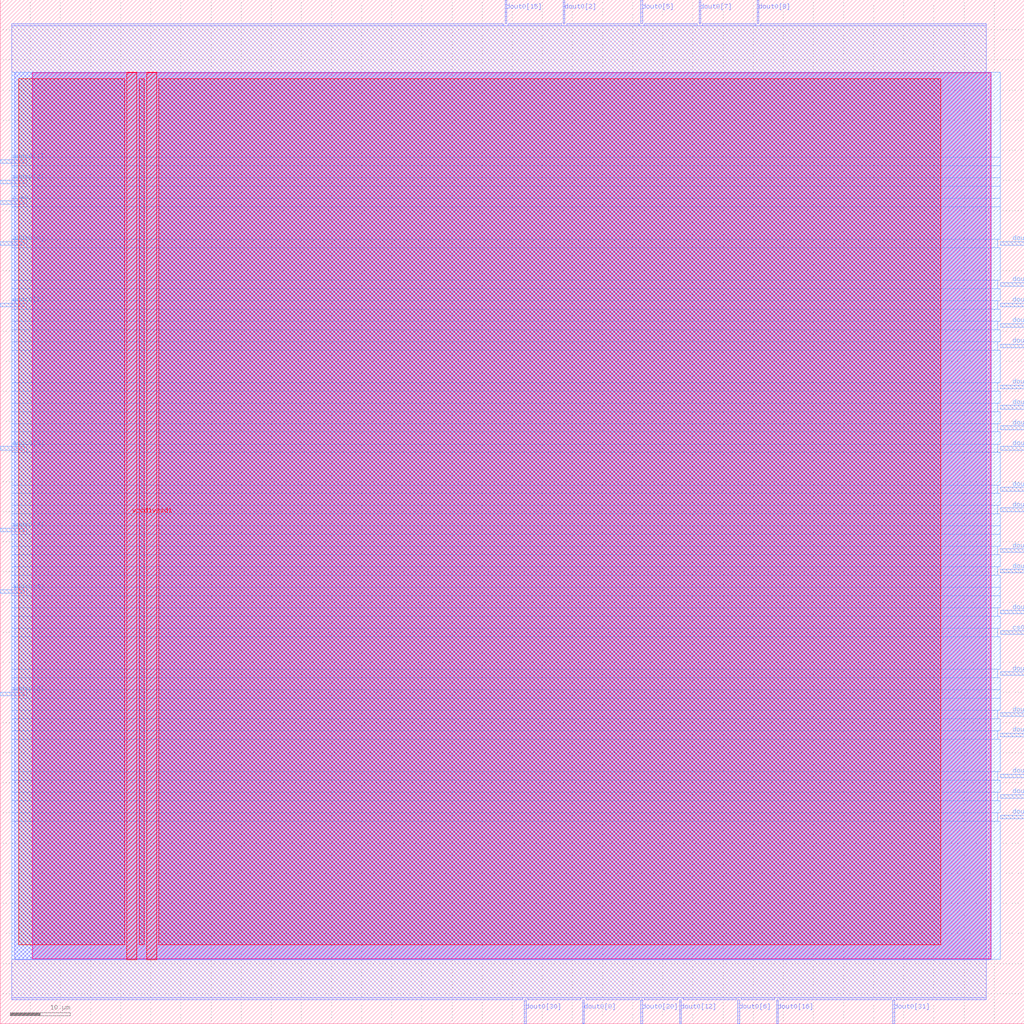
<source format=lef>
VERSION 5.7 ;
  NOWIREEXTENSIONATPIN ON ;
  DIVIDERCHAR "/" ;
  BUSBITCHARS "[]" ;
MACRO cust_rom0
  CLASS BLOCK ;
  FOREIGN cust_rom0 ;
  ORIGIN 0.000 0.000 ;
  SIZE 170.000 BY 170.000 ;
  PIN addr0[0]
    DIRECTION INPUT ;
    USE SIGNAL ;
    ANTENNAGATEAREA 0.196500 ;
    PORT
      LAYER met3 ;
        RECT 0.000 129.240 4.000 129.840 ;
    END
  END addr0[0]
  PIN addr0[1]
    DIRECTION INPUT ;
    USE SIGNAL ;
    ANTENNAGATEAREA 0.196500 ;
    PORT
      LAYER met3 ;
        RECT 0.000 142.840 4.000 143.440 ;
    END
  END addr0[1]
  PIN addr0[2]
    DIRECTION INPUT ;
    USE SIGNAL ;
    ANTENNAGATEAREA 0.196500 ;
    PORT
      LAYER met3 ;
        RECT 0.000 139.440 4.000 140.040 ;
    END
  END addr0[2]
  PIN addr0[3]
    DIRECTION INPUT ;
    USE SIGNAL ;
    ANTENNAGATEAREA 0.196500 ;
    PORT
      LAYER met3 ;
        RECT 0.000 119.040 4.000 119.640 ;
    END
  END addr0[3]
  PIN addr0[4]
    DIRECTION INPUT ;
    USE SIGNAL ;
    ANTENNAGATEAREA 0.196500 ;
    PORT
      LAYER met3 ;
        RECT 0.000 71.440 4.000 72.040 ;
    END
  END addr0[4]
  PIN addr0[5]
    DIRECTION INPUT ;
    USE SIGNAL ;
    ANTENNAGATEAREA 0.196500 ;
    PORT
      LAYER met3 ;
        RECT 0.000 95.240 4.000 95.840 ;
    END
  END addr0[5]
  PIN addr0[6]
    DIRECTION INPUT ;
    USE SIGNAL ;
    ANTENNAGATEAREA 0.196500 ;
    PORT
      LAYER met3 ;
        RECT 0.000 54.440 4.000 55.040 ;
    END
  END addr0[6]
  PIN addr0[7]
    DIRECTION INPUT ;
    USE SIGNAL ;
    ANTENNAGATEAREA 0.196500 ;
    PORT
      LAYER met3 ;
        RECT 0.000 81.640 4.000 82.240 ;
    END
  END addr0[7]
  PIN clk0
    DIRECTION INPUT ;
    USE SIGNAL ;
    ANTENNAGATEAREA 0.852000 ;
    PORT
      LAYER met3 ;
        RECT 0.000 136.040 4.000 136.640 ;
    END
  END clk0
  PIN cs0
    DIRECTION INPUT ;
    USE SIGNAL ;
    ANTENNAGATEAREA 0.196500 ;
    PORT
      LAYER met3 ;
        RECT 166.000 64.640 170.000 65.240 ;
    END
  END cs0
  PIN dout0[0]
    DIRECTION OUTPUT ;
    USE SIGNAL ;
    ANTENNADIFFAREA 0.445500 ;
    PORT
      LAYER met2 ;
        RECT 96.690 0.000 96.970 4.000 ;
    END
  END dout0[0]
  PIN dout0[10]
    DIRECTION OUTPUT ;
    USE SIGNAL ;
    ANTENNADIFFAREA 0.445500 ;
    PORT
      LAYER met3 ;
        RECT 166.000 115.640 170.000 116.240 ;
    END
  END dout0[10]
  PIN dout0[11]
    DIRECTION OUTPUT ;
    USE SIGNAL ;
    ANTENNADIFFAREA 0.445500 ;
    PORT
      LAYER met3 ;
        RECT 166.000 102.040 170.000 102.640 ;
    END
  END dout0[11]
  PIN dout0[12]
    DIRECTION OUTPUT ;
    USE SIGNAL ;
    ANTENNADIFFAREA 0.445500 ;
    PORT
      LAYER met2 ;
        RECT 112.790 0.000 113.070 4.000 ;
    END
  END dout0[12]
  PIN dout0[13]
    DIRECTION OUTPUT ;
    USE SIGNAL ;
    ANTENNADIFFAREA 0.445500 ;
    PORT
      LAYER met3 ;
        RECT 166.000 40.840 170.000 41.440 ;
    END
  END dout0[13]
  PIN dout0[14]
    DIRECTION OUTPUT ;
    USE SIGNAL ;
    ANTENNADIFFAREA 0.445500 ;
    PORT
      LAYER met3 ;
        RECT 166.000 129.240 170.000 129.840 ;
    END
  END dout0[14]
  PIN dout0[15]
    DIRECTION OUTPUT ;
    USE SIGNAL ;
    ANTENNADIFFAREA 0.795200 ;
    PORT
      LAYER met2 ;
        RECT 83.810 166.000 84.090 170.000 ;
    END
  END dout0[15]
  PIN dout0[16]
    DIRECTION OUTPUT ;
    USE SIGNAL ;
    ANTENNADIFFAREA 0.445500 ;
    PORT
      LAYER met2 ;
        RECT 128.890 0.000 129.170 4.000 ;
    END
  END dout0[16]
  PIN dout0[17]
    DIRECTION OUTPUT ;
    USE SIGNAL ;
    ANTENNADIFFAREA 0.445500 ;
    PORT
      LAYER met3 ;
        RECT 166.000 51.040 170.000 51.640 ;
    END
  END dout0[17]
  PIN dout0[18]
    DIRECTION OUTPUT ;
    USE SIGNAL ;
    ANTENNADIFFAREA 0.445500 ;
    PORT
      LAYER met3 ;
        RECT 166.000 74.840 170.000 75.440 ;
    END
  END dout0[18]
  PIN dout0[19]
    DIRECTION OUTPUT ;
    USE SIGNAL ;
    ANTENNADIFFAREA 0.445500 ;
    PORT
      LAYER met3 ;
        RECT 166.000 68.040 170.000 68.640 ;
    END
  END dout0[19]
  PIN dout0[1]
    DIRECTION OUTPUT ;
    USE SIGNAL ;
    ANTENNADIFFAREA 0.445500 ;
    PORT
      LAYER met3 ;
        RECT 166.000 119.040 170.000 119.640 ;
    END
  END dout0[1]
  PIN dout0[20]
    DIRECTION OUTPUT ;
    USE SIGNAL ;
    ANTENNADIFFAREA 0.445500 ;
    PORT
      LAYER met2 ;
        RECT 106.350 0.000 106.630 4.000 ;
    END
  END dout0[20]
  PIN dout0[21]
    DIRECTION OUTPUT ;
    USE SIGNAL ;
    ANTENNADIFFAREA 0.445500 ;
    PORT
      LAYER met3 ;
        RECT 166.000 47.640 170.000 48.240 ;
    END
  END dout0[21]
  PIN dout0[22]
    DIRECTION OUTPUT ;
    USE SIGNAL ;
    ANTENNADIFFAREA 0.445500 ;
    PORT
      LAYER met3 ;
        RECT 166.000 34.040 170.000 34.640 ;
    END
  END dout0[22]
  PIN dout0[23]
    DIRECTION OUTPUT ;
    USE SIGNAL ;
    ANTENNADIFFAREA 0.445500 ;
    PORT
      LAYER met3 ;
        RECT 166.000 88.440 170.000 89.040 ;
    END
  END dout0[23]
  PIN dout0[24]
    DIRECTION OUTPUT ;
    USE SIGNAL ;
    ANTENNADIFFAREA 0.445500 ;
    PORT
      LAYER met3 ;
        RECT 166.000 37.440 170.000 38.040 ;
    END
  END dout0[24]
  PIN dout0[25]
    DIRECTION OUTPUT ;
    USE SIGNAL ;
    ANTENNADIFFAREA 0.445500 ;
    PORT
      LAYER met3 ;
        RECT 166.000 78.240 170.000 78.840 ;
    END
  END dout0[25]
  PIN dout0[26]
    DIRECTION OUTPUT ;
    USE SIGNAL ;
    ANTENNADIFFAREA 0.445500 ;
    PORT
      LAYER met3 ;
        RECT 166.000 112.240 170.000 112.840 ;
    END
  END dout0[26]
  PIN dout0[27]
    DIRECTION OUTPUT ;
    USE SIGNAL ;
    ANTENNADIFFAREA 0.445500 ;
    PORT
      LAYER met3 ;
        RECT 166.000 95.240 170.000 95.840 ;
    END
  END dout0[27]
  PIN dout0[28]
    DIRECTION OUTPUT ;
    USE SIGNAL ;
    ANTENNADIFFAREA 0.445500 ;
    PORT
      LAYER met3 ;
        RECT 166.000 85.040 170.000 85.640 ;
    END
  END dout0[28]
  PIN dout0[29]
    DIRECTION OUTPUT ;
    USE SIGNAL ;
    ANTENNADIFFAREA 0.445500 ;
    PORT
      LAYER met3 ;
        RECT 166.000 57.840 170.000 58.440 ;
    END
  END dout0[29]
  PIN dout0[2]
    DIRECTION OUTPUT ;
    USE SIGNAL ;
    ANTENNADIFFAREA 0.795200 ;
    PORT
      LAYER met2 ;
        RECT 93.470 166.000 93.750 170.000 ;
    END
  END dout0[2]
  PIN dout0[30]
    DIRECTION OUTPUT ;
    USE SIGNAL ;
    ANTENNADIFFAREA 0.445500 ;
    PORT
      LAYER met2 ;
        RECT 87.030 0.000 87.310 4.000 ;
    END
  END dout0[30]
  PIN dout0[31]
    DIRECTION OUTPUT ;
    USE SIGNAL ;
    PORT
      LAYER met2 ;
        RECT 148.210 0.000 148.490 4.000 ;
    END
  END dout0[31]
  PIN dout0[3]
    DIRECTION OUTPUT ;
    USE SIGNAL ;
    ANTENNADIFFAREA 0.445500 ;
    PORT
      LAYER met3 ;
        RECT 166.000 98.640 170.000 99.240 ;
    END
  END dout0[3]
  PIN dout0[4]
    DIRECTION OUTPUT ;
    USE SIGNAL ;
    ANTENNADIFFAREA 0.445500 ;
    PORT
      LAYER met3 ;
        RECT 166.000 122.440 170.000 123.040 ;
    END
  END dout0[4]
  PIN dout0[5]
    DIRECTION OUTPUT ;
    USE SIGNAL ;
    ANTENNADIFFAREA 0.795200 ;
    PORT
      LAYER met2 ;
        RECT 106.350 166.000 106.630 170.000 ;
    END
  END dout0[5]
  PIN dout0[6]
    DIRECTION OUTPUT ;
    USE SIGNAL ;
    ANTENNADIFFAREA 0.445500 ;
    PORT
      LAYER met2 ;
        RECT 122.450 0.000 122.730 4.000 ;
    END
  END dout0[6]
  PIN dout0[7]
    DIRECTION OUTPUT ;
    USE SIGNAL ;
    ANTENNADIFFAREA 0.795200 ;
    PORT
      LAYER met2 ;
        RECT 116.010 166.000 116.290 170.000 ;
    END
  END dout0[7]
  PIN dout0[8]
    DIRECTION OUTPUT ;
    USE SIGNAL ;
    ANTENNADIFFAREA 0.795200 ;
    PORT
      LAYER met2 ;
        RECT 125.670 166.000 125.950 170.000 ;
    END
  END dout0[8]
  PIN dout0[9]
    DIRECTION OUTPUT ;
    USE SIGNAL ;
    ANTENNADIFFAREA 0.445500 ;
    PORT
      LAYER met3 ;
        RECT 166.000 105.440 170.000 106.040 ;
    END
  END dout0[9]
  PIN vccd1
    DIRECTION INOUT ;
    USE POWER ;
    PORT
      LAYER met4 ;
        RECT 21.040 10.640 22.640 158.000 ;
    END
  END vccd1
  PIN vssd1
    DIRECTION INOUT ;
    USE GROUND ;
    PORT
      LAYER met4 ;
        RECT 24.340 10.640 25.940 158.000 ;
    END
  END vssd1
  OBS
      LAYER nwell ;
        RECT 5.330 10.795 164.410 157.845 ;
      LAYER li1 ;
        RECT 5.520 10.795 164.220 157.845 ;
      LAYER met1 ;
        RECT 2.370 10.640 164.520 158.000 ;
      LAYER met2 ;
        RECT 1.930 165.720 83.530 166.000 ;
        RECT 84.370 165.720 93.190 166.000 ;
        RECT 94.030 165.720 106.070 166.000 ;
        RECT 106.910 165.720 115.730 166.000 ;
        RECT 116.570 165.720 125.390 166.000 ;
        RECT 126.230 165.720 163.670 166.000 ;
        RECT 1.930 4.280 163.670 165.720 ;
        RECT 1.930 4.000 86.750 4.280 ;
        RECT 87.590 4.000 96.410 4.280 ;
        RECT 97.250 4.000 106.070 4.280 ;
        RECT 106.910 4.000 112.510 4.280 ;
        RECT 113.350 4.000 122.170 4.280 ;
        RECT 123.010 4.000 128.610 4.280 ;
        RECT 129.450 4.000 147.930 4.280 ;
        RECT 148.770 4.000 163.670 4.280 ;
      LAYER met3 ;
        RECT 1.905 143.840 166.000 157.925 ;
        RECT 4.400 142.440 166.000 143.840 ;
        RECT 1.905 140.440 166.000 142.440 ;
        RECT 4.400 139.040 166.000 140.440 ;
        RECT 1.905 137.040 166.000 139.040 ;
        RECT 4.400 135.640 166.000 137.040 ;
        RECT 1.905 130.240 166.000 135.640 ;
        RECT 4.400 128.840 165.600 130.240 ;
        RECT 1.905 123.440 166.000 128.840 ;
        RECT 1.905 122.040 165.600 123.440 ;
        RECT 1.905 120.040 166.000 122.040 ;
        RECT 4.400 118.640 165.600 120.040 ;
        RECT 1.905 116.640 166.000 118.640 ;
        RECT 1.905 115.240 165.600 116.640 ;
        RECT 1.905 113.240 166.000 115.240 ;
        RECT 1.905 111.840 165.600 113.240 ;
        RECT 1.905 106.440 166.000 111.840 ;
        RECT 1.905 105.040 165.600 106.440 ;
        RECT 1.905 103.040 166.000 105.040 ;
        RECT 1.905 101.640 165.600 103.040 ;
        RECT 1.905 99.640 166.000 101.640 ;
        RECT 1.905 98.240 165.600 99.640 ;
        RECT 1.905 96.240 166.000 98.240 ;
        RECT 4.400 94.840 165.600 96.240 ;
        RECT 1.905 89.440 166.000 94.840 ;
        RECT 1.905 88.040 165.600 89.440 ;
        RECT 1.905 86.040 166.000 88.040 ;
        RECT 1.905 84.640 165.600 86.040 ;
        RECT 1.905 82.640 166.000 84.640 ;
        RECT 4.400 81.240 166.000 82.640 ;
        RECT 1.905 79.240 166.000 81.240 ;
        RECT 1.905 77.840 165.600 79.240 ;
        RECT 1.905 75.840 166.000 77.840 ;
        RECT 1.905 74.440 165.600 75.840 ;
        RECT 1.905 72.440 166.000 74.440 ;
        RECT 4.400 71.040 166.000 72.440 ;
        RECT 1.905 69.040 166.000 71.040 ;
        RECT 1.905 67.640 165.600 69.040 ;
        RECT 1.905 65.640 166.000 67.640 ;
        RECT 1.905 64.240 165.600 65.640 ;
        RECT 1.905 58.840 166.000 64.240 ;
        RECT 1.905 57.440 165.600 58.840 ;
        RECT 1.905 55.440 166.000 57.440 ;
        RECT 4.400 54.040 166.000 55.440 ;
        RECT 1.905 52.040 166.000 54.040 ;
        RECT 1.905 50.640 165.600 52.040 ;
        RECT 1.905 48.640 166.000 50.640 ;
        RECT 1.905 47.240 165.600 48.640 ;
        RECT 1.905 41.840 166.000 47.240 ;
        RECT 1.905 40.440 165.600 41.840 ;
        RECT 1.905 38.440 166.000 40.440 ;
        RECT 1.905 37.040 165.600 38.440 ;
        RECT 1.905 35.040 166.000 37.040 ;
        RECT 1.905 33.640 165.600 35.040 ;
        RECT 1.905 10.715 166.000 33.640 ;
      LAYER met4 ;
        RECT 3.055 13.095 20.640 156.905 ;
        RECT 23.040 13.095 23.940 156.905 ;
        RECT 26.340 13.095 156.105 156.905 ;
  END
END cust_rom0
END LIBRARY


</source>
